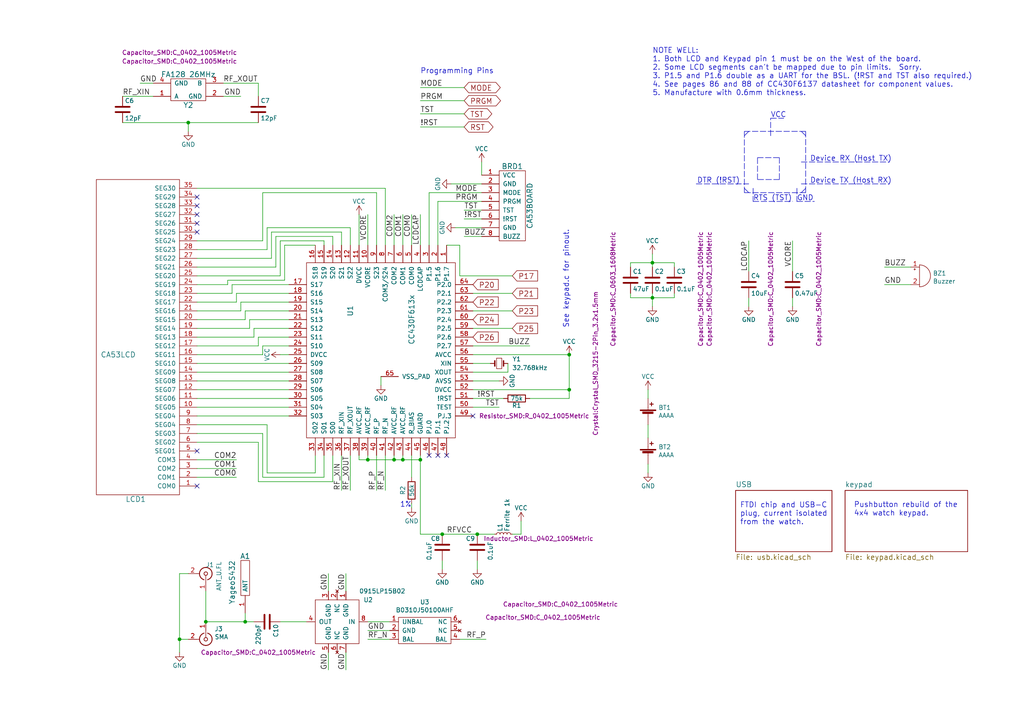
<source format=kicad_sch>
(kicad_sch (version 20211123) (generator eeschema)
  (paper "A4")
  (title_block (title "GoodPocketWatch") (date "2020-12-26") (rev "31") (comment 1 "by Travis Goodspeed") (comment 2 "the CC430F6137.  Tuned for either 70cm (<500MHz) or 33cm (<1GHz).") (comment 3 "Replacement PCB for the Casio 3208 watch module (CA53 or CA506) built around"))
  (lib_symbols
    (symbol "Connector:Conn_Coaxial" (pin_names (offset 1.016) hide)
      (property "Reference" "J" (at 0.254 3.048 0))
      (property "Value" "Connector_Conn_Coaxial" (at 2.921 0 90))
      (symbol "Conn_Coaxial_0_1"
        (arc (start -1.778 -0.508) (mid 0.2311 -1.8066) (end 1.778 0) (stroke (width 0.254)))
        (polyline (pts (xy -2.54 0) (xy -0.508 0)))
        (polyline (pts (xy 0 -2.54) (xy 0 -1.778)))
        (circle (center 0 0) (radius 0.508) (stroke (width 0.2032)))
        (arc (start 1.778 0) (mid 0.2099 1.8101) (end -1.778 0.508) (stroke (width 0.254)))
      )
      (symbol "Conn_Coaxial_1_1"
        (pin passive line (at -5.08 0 0) (length 2.54) (name "In") (number "1"))
        (pin passive line (at 0 -5.08 90) (length 2.54) (name "Ext") (number "2"))
      )
    )
    (symbol "Device:Battery_Cell" (pin_numbers hide) (pin_names (offset 0) hide)
      (property "Reference" "BT" (at 2.54 2.54 0))
      (property "Value" "Device_Battery_Cell" (at 2.54 0 0))
      (symbol "Battery_Cell_0_1"
        (rectangle (start -2.286 1.778) (end 2.286 1.524) (fill (type outline)))
        (rectangle (start -1.5748 1.1938) (end 1.4732 0.6858) (fill (type outline)))
        (polyline (pts (xy 0 0.762) (xy 0 0)))
        (polyline (pts (xy 0 1.778) (xy 0 2.54)))
        (polyline (pts (xy 0.508 3.429) (xy 1.524 3.429)) (stroke (width 0.254)))
        (polyline (pts (xy 1.016 3.937) (xy 1.016 2.921)) (stroke (width 0.254)))
      )
      (symbol "Battery_Cell_1_1"
        (pin passive line (at 0 5.08 270) (length 2.54) (name "+") (number "1"))
        (pin passive line (at 0 -2.54 90) (length 2.54) (name "-") (number "2"))
      )
    )
    (symbol "Device:Buzzer" (pin_names (offset 0.0254) hide)
      (property "Reference" "BZ" (at 3.81 1.27 0))
      (property "Value" "Device_Buzzer" (at 3.81 -1.27 0))
      (symbol "Buzzer_0_1"
        (arc (start 0 -3.175) (mid 3.175 0) (end 0 3.175))
        (polyline (pts (xy -1.651 1.905) (xy -1.143 1.905)))
        (polyline (pts (xy -1.397 2.159) (xy -1.397 1.651)))
        (polyline (pts (xy 0 3.175) (xy 0 -3.175)))
      )
      (symbol "Buzzer_1_1"
        (pin passive line (at -2.54 2.54 0) (length 2.54) (name "-") (number "1"))
        (pin passive line (at -2.54 -2.54 0) (length 2.54) (name "+") (number "2"))
      )
    )
    (symbol "Device:C" (pin_numbers hide) (pin_names (offset 0.254))
      (property "Reference" "C" (at 0.635 2.54 0))
      (property "Value" "Device_C" (at 0.635 -2.54 0))
      (symbol "C_0_1"
        (polyline (pts (xy -2.032 -0.762) (xy 2.032 -0.762)) (stroke (width 0.508)))
        (polyline (pts (xy -2.032 0.762) (xy 2.032 0.762)) (stroke (width 0.508)))
      )
      (symbol "C_1_1"
        (pin passive line (at 0 3.81 270) (length 2.794) (name "~") (number "1"))
        (pin passive line (at 0 -3.81 90) (length 2.794) (name "~") (number "2"))
      )
    )
    (symbol "Device:Crystal_Small" (pin_numbers hide) (pin_names (offset 1.016) hide)
      (property "Reference" "Y" (at 0 2.54 0))
      (property "Value" "Device_Crystal_Small" (at 0 -2.54 0))
      (symbol "Crystal_Small_0_1"
        (rectangle (start -0.762 -1.524) (end 0.762 1.524))
        (polyline (pts (xy -1.27 -0.762) (xy -1.27 0.762)) (stroke (width 0.381)))
        (polyline (pts (xy 1.27 -0.762) (xy 1.27 0.762)) (stroke (width 0.381)))
      )
      (symbol "Crystal_Small_1_1"
        (pin passive line (at -2.54 0 0) (length 1.27) (name "1") (number "1"))
        (pin passive line (at 2.54 0 180) (length 1.27) (name "2") (number "2"))
      )
    )
    (symbol "Device:L_Small" (pin_numbers hide) (pin_names (offset 0.254) hide)
      (property "Reference" "L" (at 0.762 1.016 0))
      (property "Value" "Device_L_Small" (at 0.762 -1.016 0))
      (symbol "L_Small_0_1"
        (arc (start 0 -2.032) (mid 0.508 -1.524) (end 0 -1.016))
        (arc (start 0 -1.016) (mid 0.508 -0.508) (end 0 0))
        (arc (start 0 0) (mid 0.508 0.508) (end 0 1.016))
        (arc (start 0 1.016) (mid 0.508 1.524) (end 0 2.032))
      )
      (symbol "L_Small_1_1"
        (pin passive line (at 0 2.54 270) (length 0.508) (name "~") (number "1"))
        (pin passive line (at 0 -2.54 90) (length 0.508) (name "~") (number "2"))
      )
    )
    (symbol "Device:R" (pin_numbers hide) (pin_names (offset 0))
      (property "Reference" "R" (at 2.032 0 90))
      (property "Value" "Device_R" (at 0 0 90))
      (symbol "R_0_1"
        (rectangle (start -1.016 -2.54) (end 1.016 2.54) (stroke (width 0.254)))
      )
      (symbol "R_1_1"
        (pin passive line (at 0 3.81 270) (length 1.27) (name "~") (number "1"))
        (pin passive line (at 0 -3.81 90) (length 1.27) (name "~") (number "2"))
      )
    )
    (symbol "goodpocketwatch31:0915LP15B02" (pin_names (offset 1.016))
      (property "Reference" "U" (at -5.08 2.54 90))
      (property "Value" "0915LP15B02" (at -5.08 -3.81 90))
      (symbol "0915LP15B02_0_1"
        (rectangle (start -6.35 6.35) (end 6.35 -6.35))
      )
      (symbol "0915LP15B02_1_1"
        (pin power_in line (at 2.54 8.89 270) (length 2.54) (name "GND") (number "1"))
        (pin no_connect line (at 0 8.89 270) (length 2.54) (name "NC") (number "2"))
        (pin power_in line (at -2.54 8.89 270) (length 2.54) (name "GND") (number "3"))
        (pin passive line (at -8.89 0 0) (length 2.54) (name "OUT") (number "4"))
        (pin power_in line (at -2.54 -8.89 90) (length 2.54) (name "GND") (number "5"))
        (pin no_connect line (at 0 -8.89 90) (length 2.54) (name "NC") (number "6"))
        (pin power_in line (at 2.54 -8.89 90) (length 2.54) (name "GND") (number "7"))
        (pin passive line (at 8.89 0 180) (length 2.54) (name "IN") (number "8"))
      )
    )
    (symbol "goodpocketwatch31:B0310J50100AH" (pin_names (offset 1.016))
      (property "Reference" "U" (at 0 7.62 0))
      (property "Value" "B0310J50100AH" (at 0 -2.54 0))
      (symbol "B0310J50100AH_0_1"
        (rectangle (start -7.62 6.35) (end 7.62 -1.27))
      )
      (symbol "B0310J50100AH_1_1"
        (pin passive line (at -10.16 5.08 0) (length 2.54) (name "UNBAL") (number "1"))
        (pin power_in line (at -10.16 2.54 0) (length 2.54) (name "GND") (number "2"))
        (pin passive line (at -10.16 0 0) (length 2.54) (name "BAL") (number "3"))
        (pin passive line (at 10.16 0 180) (length 2.54) (name "BAL") (number "4"))
        (pin no_connect line (at 10.16 2.54 180) (length 2.54) (name "NC") (number "5"))
        (pin no_connect line (at 10.16 5.08 180) (length 2.54) (name "NC") (number "6"))
      )
    )
    (symbol "goodpocketwatch31:CA53BOARD" (pin_names (offset 1.016))
      (property "Reference" "BRD" (at 12.7 -7.62 0))
      (property "Value" "CA53BOARD" (at 11.43 17.78 0))
      (symbol "CA53BOARD_0_1"
        (rectangle (start 8.89 -6.35) (end 16.51 13.97))
      )
      (symbol "CA53BOARD_1_1"
        (pin power_out line (at 3.81 12.7 0) (length 5.08) (name "VCC") (number "1"))
        (pin power_out line (at 3.81 10.16 0) (length 5.08) (name "GND") (number "2"))
        (pin output line (at 3.81 7.62 0) (length 5.08) (name "MODE") (number "3"))
        (pin output line (at 3.81 5.08 0) (length 5.08) (name "PRGM") (number "4"))
        (pin input line (at 3.81 2.54 0) (length 5.08) (name "TST") (number "5"))
        (pin input line (at 3.81 0 0) (length 5.08) (name "!RST") (number "6"))
        (pin input line (at 3.81 -2.54 0) (length 5.08) (name "GND") (number "7"))
        (pin input line (at 3.81 -5.08 0) (length 5.08) (name "BUZZ") (number "8"))
      )
    )
    (symbol "goodpocketwatch31:CA53LCD" (pin_names (offset 1.016))
      (property "Reference" "LCD" (at -5.08 45.72 0))
      (property "Value" "CA53LCD" (at 0 3.81 0))
      (symbol "CA53LCD_0_1"
        (rectangle (start 6.35 -46.99) (end -17.78 44.45))
      )
      (symbol "CA53LCD_1_1"
        (pin input line (at -22.86 41.91 0) (length 5.08) (name "COM0") (number "1"))
        (pin input line (at -22.86 19.05 0) (length 5.08) (name "SEG05") (number "10"))
        (pin input line (at -22.86 16.51 0) (length 5.08) (name "SEG06") (number "11"))
        (pin input line (at -22.86 13.97 0) (length 5.08) (name "SEG07") (number "12"))
        (pin input line (at -22.86 11.43 0) (length 5.08) (name "SEG08") (number "13"))
        (pin input line (at -22.86 8.89 0) (length 5.08) (name "SEG09") (number "14"))
        (pin input line (at -22.86 6.35 0) (length 5.08) (name "SEG10") (number "15"))
        (pin input line (at -22.86 3.81 0) (length 5.08) (name "SEG11") (number "16"))
        (pin input line (at -22.86 1.27 0) (length 5.08) (name "SEG12") (number "17"))
        (pin input line (at -22.86 -1.27 0) (length 5.08) (name "SEG13") (number "18"))
        (pin input line (at -22.86 -3.81 0) (length 5.08) (name "SEG14") (number "19"))
        (pin input line (at -22.86 39.37 0) (length 5.08) (name "COM1") (number "2"))
        (pin input line (at -22.86 -6.35 0) (length 5.08) (name "SEG15") (number "20"))
        (pin input line (at -22.86 -8.89 0) (length 5.08) (name "SEG16") (number "21"))
        (pin input line (at -22.86 -11.43 0) (length 5.08) (name "SEG17") (number "22"))
        (pin input line (at -22.86 -13.97 0) (length 5.08) (name "SEG18") (number "23"))
        (pin input line (at -22.86 -16.51 0) (length 5.08) (name "SEG19") (number "24"))
        (pin input line (at -22.86 -19.05 0) (length 5.08) (name "SEG20") (number "25"))
        (pin input line (at -22.86 -21.59 0) (length 5.08) (name "SEG21") (number "26"))
        (pin input line (at -22.86 -24.13 0) (length 5.08) (name "SEG22") (number "27"))
        (pin input line (at -22.86 -26.67 0) (length 5.08) (name "SEG23") (number "28"))
        (pin input line (at -22.86 -29.21 0) (length 5.08) (name "SEG24") (number "29"))
        (pin input line (at -22.86 36.83 0) (length 5.08) (name "COM2") (number "3"))
        (pin input line (at -22.86 -31.75 0) (length 5.08) (name "SEG25") (number "30"))
        (pin input line (at -22.86 -34.29 0) (length 5.08) (name "SEG26") (number "31"))
        (pin input line (at -22.86 -36.83 0) (length 5.08) (name "SEG27") (number "32"))
        (pin input line (at -22.86 -39.37 0) (length 5.08) (name "SEG28") (number "33"))
        (pin input line (at -22.86 -41.91 0) (length 5.08) (name "SEG29") (number "34"))
        (pin input line (at -22.86 -44.45 0) (length 5.08) (name "SEG30") (number "35"))
        (pin input line (at -22.86 34.29 0) (length 5.08) (name "COM3") (number "4"))
        (pin input line (at -22.86 31.75 0) (length 5.08) (name "SEG01") (number "5"))
        (pin input line (at -22.86 29.21 0) (length 5.08) (name "SEG02") (number "6"))
        (pin input line (at -22.86 26.67 0) (length 5.08) (name "SEG03") (number "7"))
        (pin input line (at -22.86 24.13 0) (length 5.08) (name "SEG04") (number "8"))
        (pin input line (at -22.86 21.59 0) (length 5.08) (name "SEG04") (number "9"))
      )
    )
    (symbol "goodpocketwatch31:CC430F613x" (pin_names (offset 1.016))
      (property "Reference" "U" (at -11.43 -8.89 0))
      (property "Value" "CC430F613x" (at -8.89 8.89 0))
      (symbol "CC430F613x_0_1"
        (rectangle (start 25.4 -21.59) (end -25.4 21.59))
      )
      (symbol "CC430F613x_1_1"
        (pin tri_state line (at -30.48 19.05 0) (length 5.08) (name "P1.7") (number "1"))
        (pin power_out line (at -30.48 -3.81 0) (length 5.08) (name "VCORE") (number "10"))
        (pin power_in line (at -30.48 -6.35 0) (length 5.08) (name "DVCC") (number "11"))
        (pin output line (at -30.48 -8.89 0) (length 5.08) (name "S22") (number "12"))
        (pin output line (at -30.48 -11.43 0) (length 5.08) (name "S21") (number "13"))
        (pin output line (at -30.48 -13.97 0) (length 5.08) (name "S20") (number "14"))
        (pin output line (at -30.48 -16.51 0) (length 5.08) (name "S19") (number "15"))
        (pin output line (at -30.48 -19.05 0) (length 5.08) (name "S18") (number "16"))
        (pin output line (at -19.05 -26.67 90) (length 5.08) (name "S17") (number "17"))
        (pin output line (at -16.51 -26.67 90) (length 5.08) (name "S16") (number "18"))
        (pin output line (at -13.97 -26.67 90) (length 5.08) (name "S15") (number "19"))
        (pin tri_state line (at -30.48 16.51 0) (length 5.08) (name "P1.6") (number "2"))
        (pin output line (at -11.43 -26.67 90) (length 5.08) (name "S14") (number "20"))
        (pin output line (at -8.89 -26.67 90) (length 5.08) (name "S13") (number "21"))
        (pin output line (at -6.35 -26.67 90) (length 5.08) (name "S12") (number "22"))
        (pin output line (at -3.81 -26.67 90) (length 5.08) (name "S11") (number "23"))
        (pin output line (at -1.27 -26.67 90) (length 5.08) (name "S10") (number "24"))
        (pin power_in line (at 1.27 -26.67 90) (length 5.08) (name "DVCC") (number "25"))
        (pin output line (at 3.81 -26.67 90) (length 5.08) (name "S09") (number "26"))
        (pin output line (at 6.35 -26.67 90) (length 5.08) (name "S08") (number "27"))
        (pin output line (at 8.89 -26.67 90) (length 5.08) (name "S07") (number "28"))
        (pin output line (at 11.43 -26.67 90) (length 5.08) (name "S06") (number "29"))
        (pin tri_state line (at -30.48 13.97 0) (length 5.08) (name "P1.5") (number "3"))
        (pin output line (at 13.97 -26.67 90) (length 5.08) (name "S05") (number "30"))
        (pin output line (at 16.51 -26.67 90) (length 5.08) (name "S04") (number "31"))
        (pin output line (at 19.05 -26.67 90) (length 5.08) (name "S03") (number "32"))
        (pin output line (at 30.48 -19.05 180) (length 5.08) (name "S02") (number "33"))
        (pin output line (at 30.48 -16.51 180) (length 5.08) (name "S01") (number "34"))
        (pin output line (at 30.48 -13.97 180) (length 5.08) (name "S00") (number "35"))
        (pin input line (at 30.48 -11.43 180) (length 5.08) (name "RF_XIN") (number "36"))
        (pin input line (at 30.48 -8.89 180) (length 5.08) (name "RF_XOUT") (number "37"))
        (pin power_in line (at 30.48 -6.35 180) (length 5.08) (name "AVCC_RF") (number "38"))
        (pin power_in line (at 30.48 -3.81 180) (length 5.08) (name "AVCC_RF") (number "39"))
        (pin input line (at -30.48 11.43 0) (length 5.08) (name "LCDCAP") (number "4"))
        (pin output line (at 30.48 -1.27 180) (length 5.08) (name "RF_P") (number "40"))
        (pin output line (at 30.48 1.27 180) (length 5.08) (name "RF_N") (number "41"))
        (pin power_in line (at 30.48 3.81 180) (length 5.08) (name "AVCC_RF") (number "42"))
        (pin power_in line (at 30.48 6.35 180) (length 5.08) (name "AVCC_RF") (number "43"))
        (pin input line (at 30.48 8.89 180) (length 5.08) (name "R_BIAS") (number "44"))
        (pin input line (at 30.48 11.43 180) (length 5.08) (name "GUARD") (number "45"))
        (pin tri_state line (at 30.48 13.97 180) (length 5.08) (name "PJ.0") (number "46"))
        (pin tri_state line (at 30.48 16.51 180) (length 5.08) (name "PJ.1") (number "47"))
        (pin tri_state line (at 30.48 19.05 180) (length 5.08) (name "PJ.2") (number "48"))
        (pin tri_state line (at 19.05 26.67 270) (length 5.08) (name "PJ.3") (number "49"))
        (pin output line (at -30.48 8.89 0) (length 5.08) (name "COM0") (number "5"))
        (pin input line (at 16.51 26.67 270) (length 5.08) (name "TEST") (number "50"))
        (pin input line (at 13.97 26.67 270) (length 5.08) (name "!RST") (number "51"))
        (pin power_in line (at 11.43 26.67 270) (length 5.08) (name "DVCC") (number "52"))
        (pin power_in line (at 8.89 26.67 270) (length 5.08) (name "AVSS") (number "53"))
        (pin output line (at 6.35 26.67 270) (length 5.08) (name "XOUT") (number "54"))
        (pin input line (at 3.81 26.67 270) (length 5.08) (name "XIN") (number "55"))
        (pin power_in line (at 1.27 26.67 270) (length 5.08) (name "AVCC") (number "56"))
        (pin tri_state line (at -1.27 26.67 270) (length 5.08) (name "P2.7") (number "57"))
        (pin tri_state line (at -3.81 26.67 270) (length 5.08) (name "P2.6") (number "58"))
        (pin tri_state line (at -6.35 26.67 270) (length 5.08) (name "P2.5") (number "59"))
        (pin output line (at -30.48 6.35 0) (length 5.08) (name "COM1") (number "6"))
        (pin tri_state line (at -8.89 26.67 270) (length 5.08) (name "P2.4") (number "60"))
        (pin tri_state line (at -11.43 26.67 270) (length 5.08) (name "P2.3") (number "61"))
        (pin tri_state line (at -13.97 26.67 270) (length 5.08) (name "P2.2") (number "62"))
        (pin tri_state line (at -16.51 26.67 270) (length 5.08) (name "P2.1") (number "63"))
        (pin tri_state line (at -19.05 26.67 270) (length 5.08) (name "P2.0") (number "64"))
        (pin power_in line (at 7.62 0 90) (length 5.08) (name "VSS_PAD") (number "65"))
        (pin output line (at -30.48 3.81 0) (length 5.08) (name "COM2") (number "7"))
        (pin output line (at -30.48 1.27 0) (length 5.08) (name "COM3/S24") (number "8"))
        (pin output line (at -30.48 -1.27 0) (length 5.08) (name "S23") (number "9"))
      )
    )
    (symbol "goodpocketwatch31:FA128" (pin_names (offset 1.016))
      (property "Reference" "X" (at 0 -5.08 0))
      (property "Value" "FA128" (at 0 3.81 0))
      (symbol "FA128_0_1"
        (rectangle (start -5.08 -3.81) (end 5.08 2.54))
      )
      (symbol "FA128_1_1"
        (pin input line (at -10.16 -2.54 0) (length 5.08) (name "A") (number "1"))
        (pin input line (at 10.16 -2.54 180) (length 5.08) (name "GND") (number "2"))
        (pin input line (at 10.16 1.27 180) (length 5.08) (name "B") (number "3"))
        (pin input line (at -10.16 1.27 0) (length 5.08) (name "GND") (number "4"))
      )
    )
    (symbol "goodpocketwatch31:YageoS432" (pin_names (offset 1.016))
      (property "Reference" "A" (at 0 -7.62 0))
      (property "Value" "YageoS432" (at -3.81 2.54 90))
      (symbol "YageoS432_0_1"
        (rectangle (start -1.27 -1.27) (end 1.27 8.89))
      )
      (symbol "YageoS432_1_1"
        (pin input line (at 0 -6.35 90) (length 5.08) (name "ANT") (number "1"))
      )
    )
    (symbol "power:GND" (power) (pin_names (offset 0))
      (property "Value" "power_GND" (at 0 -3.81 0))
      (symbol "GND_0_1"
        (polyline (pts (xy 0 0) (xy 0 -1.27) (xy 1.27 -1.27) (xy 0 -2.54) (xy -1.27 -1.27) (xy 0 -1.27)))
      )
      (symbol "GND_1_1"
        (pin power_in line (at 0 0 270) (length 0) hide (name "GND") (number "1"))
      )
    )
    (symbol "power:VCC" (power) (pin_names (offset 0))
      (property "Value" "power_VCC" (at 0 3.81 0))
      (symbol "VCC_0_1"
        (polyline (pts (xy -0.762 1.27) (xy 0 2.54)))
        (polyline (pts (xy 0 0) (xy 0 2.54)))
        (polyline (pts (xy 0 2.54) (xy 0.762 1.27)))
      )
      (symbol "VCC_1_1"
        (pin power_in line (at 0 0 90) (length 0) hide (name "VCC") (number "1"))
      )
    )
  )
  (junction (at 165.1 102.87))
  (junction (at 128.27 154.94))
  (junction (at 71.12 180.34))
  (junction (at 121.92 133.35))
  (junction (at 189.23 76.2))
  (junction (at 54.61 35.56))
  (junction (at 59.69 180.34))
  (junction (at 116.84 133.35))
  (junction (at 114.3 133.35))
  (junction (at 189.23 86.36))
  (junction (at 165.1 113.03))
  (junction (at 106.68 133.35))
  (junction (at 52.07 185.42))
  (junction (at 138.43 154.94))
  (no_connect (at 124.46 132.08))
  (no_connect (at 57.15 64.77))
  (no_connect (at 57.15 130.81))
  (no_connect (at 57.15 140.97))
  (no_connect (at 129.54 132.08))
  (no_connect (at 57.15 62.23))
  (no_connect (at 57.15 57.15))
  (no_connect (at 137.16 120.65))
  (no_connect (at 127 132.08))
  (no_connect (at 57.15 67.31))
  (no_connect (at 57.15 59.69))
  (polyline (pts (xy 233.68 39.37) (xy 232.41 38.1)))
  (wire (pts (xy 96.52 132.08) (xy 96.52 139.7)))
  (wire (pts (xy 111.76 71.12) (xy 111.76 54.61)))
  (wire (pts (xy 109.22 71.12) (xy 109.22 55.88)))
  (wire (pts (xy 71.12 92.71) (xy 57.15 92.71)))
  (polyline (pts (xy 215.9 55.88) (xy 215.9 38.1)))
  (wire (pts (xy 83.82 118.11) (xy 57.15 118.11)))
  (wire (pts (xy 119.38 132.08) (xy 119.38 138.43)))
  (wire (pts (xy 195.58 86.36) (xy 195.58 85.09)))
  (wire (pts (xy 68.58 85.09) (xy 68.58 87.63)))
  (wire (pts (xy 77.47 72.39) (xy 57.15 72.39)))
  (wire (pts (xy 83.82 97.79) (xy 74.93 97.79)))
  (polyline (pts (xy 218.44 58.42) (xy 229.87 58.42)))
  (wire (pts (xy 91.44 71.12) (xy 82.55 71.12)))
  (polyline (pts (xy 226.06 52.07) (xy 219.71 52.07)))
  (wire (pts (xy 83.82 85.09) (xy 68.58 85.09)))
  (wire (pts (xy 137.16 110.49) (xy 144.78 110.49)))
  (wire (pts (xy 121.92 29.21) (xy 134.62 29.21)))
  (wire (pts (xy 119.38 147.32) (xy 119.38 146.05)))
  (polyline (pts (xy 223.52 39.37) (xy 223.52 34.29)))
  (wire (pts (xy 106.68 62.23) (xy 106.68 71.12)))
  (wire (pts (xy 165.1 102.87) (xy 165.1 113.03)))
  (wire (pts (xy 147.32 107.95) (xy 147.32 105.41)))
  (polyline (pts (xy 215.9 54.61) (xy 217.17 55.88)))
  (wire (pts (xy 82.55 71.12) (xy 82.55 81.28)))
  (wire (pts (xy 73.66 95.25) (xy 73.66 97.79)))
  (wire (pts (xy 57.15 138.43) (xy 68.58 138.43)))
  (wire (pts (xy 116.84 132.08) (xy 116.84 133.35)))
  (wire (pts (xy 81.28 69.85) (xy 81.28 80.01)))
  (wire (pts (xy 133.35 185.42) (xy 140.97 185.42)))
  (wire (pts (xy 77.47 137.16) (xy 77.47 123.19)))
  (wire (pts (xy 182.88 77.47) (xy 182.88 76.2)))
  (polyline (pts (xy 226.06 45.72) (xy 226.06 52.07)))
  (polyline (pts (xy 233.68 38.1) (xy 233.68 55.88)))
  (wire (pts (xy 217.17 88.9) (xy 217.17 86.36)))
  (wire (pts (xy 165.1 113.03) (xy 165.1 115.57)))
  (wire (pts (xy 74.93 139.7) (xy 74.93 128.27)))
  (wire (pts (xy 81.28 102.87) (xy 83.82 102.87)))
  (wire (pts (xy 138.43 162.56) (xy 138.43 165.1)))
  (wire (pts (xy 76.2 55.88) (xy 76.2 69.85)))
  (wire (pts (xy 78.74 67.31) (xy 78.74 74.93)))
  (wire (pts (xy 101.6 71.12) (xy 101.6 66.04)))
  (wire (pts (xy 139.7 53.34) (xy 130.81 53.34)))
  (wire (pts (xy 128.27 154.94) (xy 138.43 154.94)))
  (wire (pts (xy 137.16 90.17) (xy 148.59 90.17)))
  (wire (pts (xy 128.27 162.56) (xy 128.27 165.1)))
  (polyline (pts (xy 232.41 53.34) (xy 257.81 53.34)))
  (wire (pts (xy 69.85 90.17) (xy 57.15 90.17)))
  (wire (pts (xy 104.14 133.35) (xy 106.68 133.35)))
  (wire (pts (xy 113.03 182.88) (xy 106.68 182.88)))
  (polyline (pts (xy 215.9 38.1) (xy 233.68 38.1)))
  (wire (pts (xy 134.62 63.5) (xy 139.7 63.5)))
  (wire (pts (xy 54.61 166.37) (xy 52.07 166.37)))
  (wire (pts (xy 74.93 100.33) (xy 57.15 100.33)))
  (wire (pts (xy 82.55 81.28) (xy 66.04 81.28)))
  (wire (pts (xy 71.12 177.8) (xy 71.12 180.34)))
  (wire (pts (xy 54.61 38.1) (xy 54.61 35.56)))
  (wire (pts (xy 99.06 132.08) (xy 99.06 142.24)))
  (wire (pts (xy 139.7 60.96) (xy 134.62 60.96)))
  (wire (pts (xy 57.15 135.89) (xy 68.58 135.89)))
  (wire (pts (xy 127 71.12) (xy 127 58.42)))
  (wire (pts (xy 139.7 66.04) (xy 132.08 66.04)))
  (wire (pts (xy 121.92 133.35) (xy 121.92 154.94)))
  (polyline (pts (xy 217.17 38.1) (xy 215.9 39.37)))
  (wire (pts (xy 137.16 113.03) (xy 165.1 113.03)))
  (wire (pts (xy 76.2 138.43) (xy 76.2 125.73)))
  (wire (pts (xy 229.87 86.36) (xy 229.87 88.9)))
  (wire (pts (xy 106.68 133.35) (xy 114.3 133.35)))
  (wire (pts (xy 134.62 68.58) (xy 139.7 68.58)))
  (polyline (pts (xy 232.41 46.99) (xy 257.81 46.99)))
  (polyline (pts (xy 231.14 54.61) (xy 231.14 58.42)))
  (wire (pts (xy 54.61 35.56) (xy 74.93 35.56)))
  (wire (pts (xy 74.93 97.79) (xy 74.93 100.33)))
  (wire (pts (xy 91.44 137.16) (xy 77.47 137.16)))
  (wire (pts (xy 83.82 107.95) (xy 57.15 107.95)))
  (wire (pts (xy 121.92 71.12) (xy 121.92 62.23)))
  (wire (pts (xy 137.16 100.33) (xy 153.67 100.33)))
  (wire (pts (xy 119.38 71.12) (xy 119.38 62.23)))
  (wire (pts (xy 35.56 35.56) (xy 54.61 35.56)))
  (wire (pts (xy 73.66 97.79) (xy 57.15 97.79)))
  (wire (pts (xy 111.76 54.61) (xy 57.15 54.61)))
  (wire (pts (xy 93.98 132.08) (xy 93.98 138.43)))
  (wire (pts (xy 182.88 86.36) (xy 189.23 86.36)))
  (wire (pts (xy 44.45 27.94) (xy 35.56 27.94)))
  (wire (pts (xy 121.92 33.02) (xy 134.62 33.02)))
  (wire (pts (xy 93.98 71.12) (xy 93.98 69.85)))
  (polyline (pts (xy 219.71 52.07) (xy 219.71 45.72)))
  (wire (pts (xy 114.3 132.08) (xy 114.3 133.35)))
  (wire (pts (xy 72.39 92.71) (xy 72.39 95.25)))
  (wire (pts (xy 93.98 138.43) (xy 76.2 138.43)))
  (wire (pts (xy 137.16 105.41) (xy 142.24 105.41)))
  (wire (pts (xy 83.82 82.55) (xy 67.31 82.55)))
  (wire (pts (xy 187.96 115.57) (xy 187.96 113.03)))
  (wire (pts (xy 95.25 171.45) (xy 95.25 166.37)))
  (wire (pts (xy 101.6 132.08) (xy 101.6 142.24)))
  (wire (pts (xy 71.12 180.34) (xy 73.66 180.34)))
  (wire (pts (xy 101.6 66.04) (xy 77.47 66.04)))
  (wire (pts (xy 133.35 71.12) (xy 129.54 71.12)))
  (wire (pts (xy 74.93 24.13) (xy 74.93 27.94)))
  (wire (pts (xy 80.01 77.47) (xy 57.15 77.47)))
  (wire (pts (xy 96.52 68.58) (xy 80.01 68.58)))
  (wire (pts (xy 52.07 185.42) (xy 52.07 189.23)))
  (polyline (pts (xy 219.71 45.72) (xy 226.06 45.72)))
  (wire (pts (xy 59.69 171.45) (xy 59.69 180.34)))
  (wire (pts (xy 124.46 71.12) (xy 124.46 55.88)))
  (wire (pts (xy 83.82 100.33) (xy 76.2 100.33)))
  (wire (pts (xy 57.15 133.35) (xy 68.58 133.35)))
  (wire (pts (xy 113.03 180.34) (xy 106.68 180.34)))
  (wire (pts (xy 114.3 71.12) (xy 114.3 62.23)))
  (wire (pts (xy 139.7 50.8) (xy 139.7 46.99)))
  (wire (pts (xy 64.77 27.94) (xy 69.85 27.94)))
  (polyline (pts (xy 233.68 55.88) (xy 215.9 55.88)))
  (wire (pts (xy 83.82 113.03) (xy 57.15 113.03)))
  (wire (pts (xy 109.22 132.08) (xy 109.22 142.24)))
  (wire (pts (xy 137.16 115.57) (xy 146.05 115.57)))
  (wire (pts (xy 121.92 132.08) (xy 121.92 133.35)))
  (wire (pts (xy 151.13 154.94) (xy 151.13 151.13)))
  (wire (pts (xy 127 58.42) (xy 139.7 58.42)))
  (wire (pts (xy 189.23 86.36) (xy 189.23 88.9)))
  (wire (pts (xy 93.98 69.85) (xy 81.28 69.85)))
  (wire (pts (xy 95.25 189.23) (xy 95.25 194.31)))
  (wire (pts (xy 77.47 123.19) (xy 57.15 123.19)))
  (wire (pts (xy 137.16 102.87) (xy 165.1 102.87)))
  (wire (pts (xy 113.03 185.42) (xy 106.68 185.42)))
  (wire (pts (xy 83.82 120.65) (xy 57.15 120.65)))
  (wire (pts (xy 99.06 71.12) (xy 99.06 67.31)))
  (polyline (pts (xy 231.14 58.42) (xy 236.22 58.42)))
  (wire (pts (xy 189.23 73.66) (xy 189.23 76.2)))
  (polyline (pts (xy 232.41 55.88) (xy 233.68 54.61)))
  (wire (pts (xy 111.76 132.08) (xy 111.76 142.24)))
  (wire (pts (xy 124.46 55.88) (xy 139.7 55.88)))
  (wire (pts (xy 83.82 92.71) (xy 72.39 92.71)))
  (wire (pts (xy 66.04 81.28) (xy 66.04 82.55)))
  (wire (pts (xy 116.84 133.35) (xy 121.92 133.35)))
  (wire (pts (xy 83.82 110.49) (xy 57.15 110.49)))
  (wire (pts (xy 91.44 132.08) (xy 91.44 137.16)))
  (wire (pts (xy 114.3 133.35) (xy 116.84 133.35)))
  (wire (pts (xy 54.61 185.42) (xy 52.07 185.42)))
  (wire (pts (xy 71.12 90.17) (xy 71.12 92.71)))
  (wire (pts (xy 69.85 87.63) (xy 69.85 90.17)))
  (wire (pts (xy 78.74 74.93) (xy 57.15 74.93)))
  (wire (pts (xy 121.92 25.4) (xy 134.62 25.4)))
  (wire (pts (xy 165.1 115.57) (xy 153.67 115.57)))
  (wire (pts (xy 121.92 154.94) (xy 128.27 154.94)))
  (wire (pts (xy 83.82 87.63) (xy 69.85 87.63)))
  (wire (pts (xy 148.59 80.01) (xy 133.35 80.01)))
  (wire (pts (xy 133.35 80.01) (xy 133.35 71.12)))
  (wire (pts (xy 76.2 69.85) (xy 57.15 69.85)))
  (wire (pts (xy 264.16 82.55) (xy 256.54 82.55)))
  (wire (pts (xy 72.39 95.25) (xy 57.15 95.25)))
  (wire (pts (xy 189.23 85.09) (xy 189.23 86.36)))
  (wire (pts (xy 44.45 24.13) (xy 40.64 24.13)))
  (wire (pts (xy 66.04 82.55) (xy 57.15 82.55)))
  (wire (pts (xy 189.23 86.36) (xy 195.58 86.36)))
  (wire (pts (xy 96.52 139.7) (xy 74.93 139.7)))
  (polyline (pts (xy 201.93 53.34) (xy 217.17 53.34)))
  (wire (pts (xy 52.07 166.37) (xy 52.07 185.42)))
  (wire (pts (xy 100.33 189.23) (xy 100.33 194.31)))
  (wire (pts (xy 96.52 71.12) (xy 96.52 68.58)))
  (wire (pts (xy 67.31 85.09) (xy 57.15 85.09)))
  (wire (pts (xy 148.59 154.94) (xy 151.13 154.94)))
  (wire (pts (xy 104.14 132.08) (xy 104.14 133.35)))
  (wire (pts (xy 88.9 180.34) (xy 81.28 180.34)))
  (wire (pts (xy 116.84 71.12) (xy 116.84 62.23)))
  (wire (pts (xy 109.22 55.88) (xy 76.2 55.88)))
  (wire (pts (xy 143.51 154.94) (xy 138.43 154.94)))
  (wire (pts (xy 189.23 76.2) (xy 195.58 76.2)))
  (wire (pts (xy 83.82 115.57) (xy 57.15 115.57)))
  (polyline (pts (xy 218.44 54.61) (xy 218.44 58.42)))
  (wire (pts (xy 64.77 24.13) (xy 74.93 24.13)))
  (wire (pts (xy 68.58 87.63) (xy 57.15 87.63)))
  (wire (pts (xy 106.68 132.08) (xy 106.68 133.35)))
  (wire (pts (xy 71.12 180.34) (xy 59.69 180.34)))
  (wire (pts (xy 80.01 68.58) (xy 80.01 77.47)))
  (wire (pts (xy 77.47 66.04) (xy 77.47 72.39)))
  (wire (pts (xy 57.15 105.41) (xy 83.82 105.41)))
  (wire (pts (xy 137.16 118.11) (xy 144.78 118.11)))
  (wire (pts (xy 83.82 95.25) (xy 73.66 95.25)))
  (wire (pts (xy 76.2 125.73) (xy 57.15 125.73)))
  (wire (pts (xy 137.16 107.95) (xy 147.32 107.95)))
  (wire (pts (xy 134.62 36.83) (xy 121.92 36.83)))
  (wire (pts (xy 229.87 78.74) (xy 229.87 69.85)))
  (wire (pts (xy 67.31 82.55) (xy 67.31 85.09)))
  (wire (pts (xy 74.93 128.27) (xy 57.15 128.27)))
  (wire (pts (xy 182.88 85.09) (xy 182.88 86.36)))
  (wire (pts (xy 100.33 171.45) (xy 100.33 166.37)))
  (wire (pts (xy 110.49 109.22) (xy 110.49 111.76)))
  (wire (pts (xy 76.2 100.33) (xy 76.2 102.87)))
  (wire (pts (xy 189.23 76.2) (xy 189.23 77.47)))
  (wire (pts (xy 187.96 137.16) (xy 187.96 134.62)))
  (polyline (pts (xy 223.52 34.29) (xy 227.33 34.29)))
  (wire (pts (xy 137.16 85.09) (xy 148.59 85.09)))
  (wire (pts (xy 187.96 127) (xy 187.96 123.19)))
  (wire (pts (xy 195.58 76.2) (xy 195.58 77.47)))
  (wire (pts (xy 76.2 102.87) (xy 57.15 102.87)))
  (wire (pts (xy 83.82 90.17) (xy 71.12 90.17)))
  (wire (pts (xy 182.88 76.2) (xy 189.23 76.2)))
  (wire (pts (xy 99.06 67.31) (xy 78.74 67.31)))
  (wire (pts (xy 104.14 62.23) (xy 104.14 71.12)))
  (wire (pts (xy 137.16 95.25) (xy 148.59 95.25)))
  (wire (pts (xy 264.16 77.47) (xy 256.54 77.47)))
  (wire (pts (xy 217.17 78.74) (xy 217.17 69.85)))
  (wire (pts (xy 81.28 80.01) (xy 57.15 80.01)))
  (text "RTS (TST)" (at 218.44 58.42 0) (effects (font (size 1.524 1.524)) (justify left bottom)))
  (text "See keypad.c for pinout." (at 165.1 95.25 90) (effects (font (size 1.524 1.524)) (justify left bottom)))
  (text "NOTE WELL:\n1. Both LCD and Keypad pin 1 must be on the West of the board.\n2. Some LCD segments can't be mapped due to pin limits.  Sorry.\n3. P1.5 and P1.6 double as a UART for the BSL. (!RST and TST also required.)\n4. See pages 86 and 88 of CC430F6137 datasheet for component values.\n5. Manufacture with 0.6mm thickness. " (at 189.23 27.94 0) (effects (font (size 1.524 1.524)) (justify left bottom)))
  (text "VCC" (at 223.52 34.29 0) (effects (font (size 1.524 1.524)) (justify left bottom)))
  (text "Device TX (Host RX)" (at 234.95 53.34 0) (effects (font (size 1.524 1.524)) (justify left bottom)))
  (text "Programming Pins" (at 121.92 21.59 0) (effects (font (size 1.524 1.524)) (justify left bottom)))
  (text "DTR (!RST)" (at 214.63 53.34 180) (effects (font (size 1.524 1.524)) (justify right bottom)))
  (text "Pushbutton rebuild of the\n4x4 watch keypad." (at 247.65 149.86 0) (effects (font (size 1.524 1.524)) (justify left bottom)))
  (text "1%" (at 119.38 147.32 180) (effects (font (size 1.524 1.524)) (justify right bottom)))
  (text "GND" (at 231.14 58.42 0) (effects (font (size 1.524 1.524)) (justify left bottom)))
  (text "Device RX (Host TX)" (at 234.95 46.99 0) (effects (font (size 1.524 1.524)) (justify left bottom)))
  (text "FTDI chip and USB-C\nplug, current isolated\nfrom the watch." (at 214.63 152.4 0) (effects (font (size 1.524 1.524)) (justify left bottom)))
  (label "COM1" (at 116.84 62.23 270) (effects (font (size 1.524 1.524))))
  (label "RF_N" (at 106.68 185.42 0) (effects (font (size 1.524 1.524))))
  (label "!RST" (at 121.92 36.83 0) (effects (font (size 1.524 1.524))))
  (label "PRGM" (at 121.92 29.21 0) (effects (font (size 1.524 1.524))))
  (label "LCDCAP" (at 217.17 69.85 270) (effects (font (size 1.524 1.524))))
  (label "TST" (at 121.92 33.02 0) (effects (font (size 1.524 1.524))))
  (label "GND" (at 256.54 82.55 0) (effects (font (size 1.524 1.524))))
  (label "GND" (at 106.68 182.88 0) (effects (font (size 1.524 1.524))))
  (label "MODE" (at 132.08 55.88 0) (effects (font (size 1.524 1.524))))
  (label "COM0" (at 119.38 62.23 270) (effects (font (size 1.524 1.524))))
  (label "GND" (at 95.25 194.31 90) (effects (font (size 1.524 1.524))))
  (label "GND" (at 69.85 27.94 180) (effects (font (size 1.524 1.524))))
  (label "MODE" (at 121.92 25.4 0) (effects (font (size 1.524 1.524))))
  (label "!RST" (at 134.62 63.5 0) (effects (font (size 1.524 1.524))))
  (label "RFVCC" (at 129.54 154.94 0) (effects (font (size 1.524 1.524))))
  (label "COM2" (at 114.3 62.23 270) (effects (font (size 1.524 1.524))))
  (label "GND" (at 40.64 24.13 0) (effects (font (size 1.524 1.524))))
  (label "COM2" (at 68.58 133.35 180) (effects (font (size 1.524 1.524))))
  (label "COM0" (at 68.58 138.43 180) (effects (font (size 1.524 1.524))))
  (label "GND" (at 95.25 166.37 270) (effects (font (size 1.524 1.524))))
  (label "PRGM" (at 132.08 58.42 0) (effects (font (size 1.524 1.524))))
  (label "TST" (at 144.78 118.11 180) (effects (font (size 1.524 1.524))))
  (label "LCDCAP" (at 121.92 62.23 270) (effects (font (size 1.524 1.524))))
  (label "!RST" (at 138.43 115.57 0) (effects (font (size 1.524 1.524))))
  (label "RF_XIN" (at 99.06 142.24 90) (effects (font (size 1.524 1.524))))
  (label "VCORE" (at 106.68 62.23 270) (effects (font (size 1.524 1.524))))
  (label "RF_XOUT" (at 101.6 142.24 90) (effects (font (size 1.524 1.524))))
  (label "RF_N" (at 111.76 142.24 90) (effects (font (size 1.524 1.524))))
  (label "BUZZ" (at 256.54 77.47 0) (effects (font (size 1.524 1.524))))
  (label "RF_P" (at 140.97 185.42 180) (effects (font (size 1.524 1.524))))
  (label "GND" (at 100.33 166.37 270) (effects (font (size 1.524 1.524))))
  (label "VCORE" (at 229.87 69.85 270) (effects (font (size 1.524 1.524))))
  (label "TST" (at 134.62 60.96 0) (effects (font (size 1.524 1.524))))
  (label "RF_XOUT" (at 64.77 24.13 0) (effects (font (size 1.524 1.524))))
  (label "BUZZ" (at 134.62 68.58 0) (effects (font (size 1.524 1.524))))
  (label "RF_P" (at 109.22 142.24 90) (effects (font (size 1.524 1.524))))
  (label "RF_XIN" (at 35.56 27.94 0) (effects (font (size 1.524 1.524))))
  (label "COM1" (at 68.58 135.89 180) (effects (font (size 1.524 1.524))))
  (label "BUZZ" (at 153.67 100.33 180) (effects (font (size 1.524 1.524))))
  (label "GND" (at 100.33 194.31 90) (effects (font (size 1.524 1.524))))
  (global_label "P26" (shape input) (at 137.16 97.79 0) (effects (font (size 1.524 1.524))) (property "Intersheet References" "${INTERSHEET_REFS}" (effects hide)))
  (global_label "RST" (shape bidirectional) (at 134.62 36.83 0) (effects (font (size 1.524 1.524))) (property "Intersheet References" "${INTERSHEET_REFS}" (effects hide)))
  (global_label "P17" (shape input) (at 148.59 80.01 0) (effects (font (size 1.524 1.524))) (property "Intersheet References" "${INTERSHEET_REFS}" (effects hide)))
  (global_label "MODE" (shape bidirectional) (at 134.62 25.4 0) (effects (font (size 1.524 1.524))) (property "Intersheet References" "${INTERSHEET_REFS}" (effects hide)))
  (global_label "P23" (shape input) (at 148.59 90.17 0) (effects (font (size 1.524 1.524))) (property "Intersheet References" "${INTERSHEET_REFS}" (effects hide)))
  (global_label "TST" (shape bidirectional) (at 134.62 33.02 0) (effects (font (size 1.524 1.524))) (property "Intersheet References" "${INTERSHEET_REFS}" (effects hide)))
  (global_label "P25" (shape input) (at 148.59 95.25 0) (effects (font (size 1.524 1.524))) (property "Intersheet References" "${INTERSHEET_REFS}" (effects hide)))
  (global_label "P20" (shape input) (at 137.16 82.55 0) (effects (font (size 1.524 1.524))) (property "Intersheet References" "${INTERSHEET_REFS}" (effects hide)))
  (global_label "P24" (shape input) (at 137.16 92.71 0) (effects (font (size 1.524 1.524))) (property "Intersheet References" "${INTERSHEET_REFS}" (effects hide)))
  (global_label "P22" (shape input) (at 137.16 87.63 0) (effects (font (size 1.524 1.524))) (property "Intersheet References" "${INTERSHEET_REFS}" (effects hide)))
  (global_label "P21" (shape input) (at 148.59 85.09 0) (effects (font (size 1.524 1.524))) (property "Intersheet References" "${INTERSHEET_REFS}" (effects hide)))
  (global_label "PRGM" (shape bidirectional) (at 134.62 29.21 0) (effects (font (size 1.524 1.524))) (property "Intersheet References" "${INTERSHEET_REFS}" (effects hide)))
  (symbol (lib_id "goodpocketwatch31:CA53LCD") (at 34.29 99.06 180) (unit 1)
    (property "Reference" "LCD1" (at 39.37 144.78 0) (effects (font (size 1.524 1.524))))
    (property "Value" "CA53LCD" (at 34.29 102.87 0) (effects (font (size 1.524 1.524))))
    (property "Footprint" "goodpocketwatch31:ca53lcd" (effects hide))
    (property "DNP" "YES" (effects hide))
  )
  (symbol (lib_id "goodpocketwatch31:CC430F613x") (at 110.49 101.6 270) (unit 1)
    (property "Reference" "U1" (at 101.6 90.17 0) (effects (font (size 1.524 1.524))))
    (property "Value" "CC430F613x" (at 119.38 92.71 0) (effects (font (size 1.524 1.524))))
    (property "Footprint" "goodpocketwatch31:CC430F613x" (effects hide))
    (property "Datasheet" "http://www.ti.com/lit/ds/symlink/cc430f6143.pdf" (effects hide))
    (property "Key" "ic-mcu-cc430f613x" (effects hide))
    (property "Manufacturer" "Texas Instruments" (effects hide))
    (property "MFN" "CC430F6147IRGCR" (effects hide))
  )
  (symbol (lib_id "goodpocketwatch31:CA53BOARD") (at 135.89 63.5 0) (unit 1)
    (property "Reference" "BRD1" (at 148.59 48.26 0) (effects (font (size 1.524 1.524))))
    (property "Value" "CA53BOARD" (at 153.67 59.69 90) (effects (font (size 1.524 1.524))))
    (property "Footprint" "goodpocketwatch31:ca53board" (effects hide))
    (property "DNP" "YES" (effects hide))
  )
  (symbol (lib_id "power:GND") (at 110.49 111.76 0) (unit 1)
    (property "Reference" "#PWR01" (effects hide))
    (property "Value" "GND" (at 110.49 115.57 0))
  )
  (symbol (lib_id "power:GND") (at 130.81 53.34 270) (unit 1)
    (property "Reference" "#PWR02" (effects hide))
    (property "Value" "GND" (at 127 53.34 0))
  )
  (symbol (lib_id "power:VCC") (at 139.7 46.99 0) (unit 1)
    (property "Reference" "#PWR03" (effects hide))
    (property "Value" "VCC" (at 139.7 43.18 0))
  )
  (symbol (lib_id "power:VCC") (at 104.14 62.23 0) (unit 1)
    (property "Reference" "#PWR04" (effects hide))
    (property "Value" "VCC" (at 104.14 58.42 0))
  )
  (symbol (lib_id "power:VCC") (at 165.1 102.87 0) (unit 1)
    (property "Reference" "#PWR05" (effects hide))
    (property "Value" "VCC" (at 165.1 99.06 0))
  )
  (symbol (lib_id "Device:Crystal_Small") (at 144.78 105.41 0) (unit 1)
    (property "Reference" "Y1" (at 149.86 104.14 0))
    (property "Value" "32.768kHz" (at 153.67 106.68 0))
    (property "Footprint" "Crystal:Crystal_SMD_3215-2Pin_3.2x1.5mm" (at 172.72 105.41 90))
    (property "Datasheet" "https://abracon.com/Resonators/ABS07-120-32.768kHz-T.pdf" (effects hide))
    (property "Key" "xtal3215-32_768khz" (effects hide))
    (property "Manufacturer" "Abracon" (effects hide))
    (property "MFN" "ABS07-120-32.768KHZ-T" (effects hide))
  )
  (symbol (lib_id "power:GND") (at 144.78 110.49 90) (unit 1)
    (property "Reference" "#PWR06" (effects hide))
    (property "Value" "GND" (at 148.59 110.49 0))
  )
  (symbol (lib_id "power:VCC") (at 81.28 102.87 90) (unit 1)
    (property "Reference" "#PWR07" (effects hide))
    (property "Value" "VCC" (at 77.47 102.87 0))
  )
  (symbol (lib_id "Device:C") (at 182.88 81.28 0) (unit 1)
    (property "Reference" "C1" (at 183.515 78.74 0) (effects (justify left)))
    (property "Value" "47uF" (at 183.515 83.82 0) (effects (justify left)))
    (property "Footprint" "Capacitor_SMD:C_0603_1608Metric" (at 177.8 83.82 90))
    (property "Key" "cap-cer-0603-47u" (effects hide))
  )
  (symbol (lib_id "Device:C") (at 189.23 81.28 0) (unit 1)
    (property "Reference" "C2" (at 189.865 78.74 0) (effects (justify left)))
    (property "Value" "0.1uF" (at 189.865 83.82 0) (effects (justify left)))
    (property "Footprint" "Capacitor_SMD:C_0402_1005Metric" (at 203.2 83.82 90))
    (property "Key" "cap-cer-0402-03high-100n" (effects hide))
    (property "Notes" "Use flat versions that are not higher than 0.33mm." (effects hide))
  )
  (symbol (lib_id "Device:C") (at 195.58 81.28 0) (unit 1)
    (property "Reference" "C3" (at 196.215 78.74 0) (effects (justify left)))
    (property "Value" "0.1uF" (at 196.215 83.82 0) (effects (justify left)))
    (property "Footprint" "Capacitor_SMD:C_0402_1005Metric" (at 205.74 83.82 90))
    (property "Key" "cap-cer-0402-03high-100n" (effects hide))
    (property "Notes" "Use flat versions that are not higher than 0.33mm." (effects hide))
  )
  (symbol (lib_id "power:VCC") (at 189.23 73.66 0) (unit 1)
    (property "Reference" "#PWR08" (effects hide))
    (property "Value" "VCC" (at 189.23 69.85 0))
  )
  (symbol (lib_id "power:GND") (at 189.23 88.9 0) (unit 1)
    (property "Reference" "#PWR09" (effects hide))
    (property "Value" "GND" (at 189.23 92.71 0))
  )
  (symbol (lib_id "Device:C") (at 217.17 82.55 0) (unit 1)
    (property "Reference" "C4" (at 217.805 80.01 0) (effects (justify left)))
    (property "Value" "10uF" (at 217.805 85.09 0) (effects (justify left)))
    (property "Footprint" "Capacitor_SMD:C_0402_1005Metric" (at 223.52 83.82 90))
    (property "Key" "cap-cer-0402-10u" (effects hide))
  )
  (symbol (lib_id "power:GND") (at 217.17 88.9 0) (unit 1)
    (property "Reference" "#PWR010" (effects hide))
    (property "Value" "GND" (at 217.17 92.71 0))
  )
  (symbol (lib_id "Device:C") (at 229.87 82.55 0) (unit 1)
    (property "Reference" "C5" (at 230.505 80.01 0) (effects (justify left)))
    (property "Value" "0.47uF" (at 230.505 85.09 0) (effects (justify left)))
    (property "Footprint" "Capacitor_SMD:C_0402_1005Metric" (at 237.49 83.82 90))
    (property "Key" "cap-cer-0402-470n" (effects hide))
  )
  (symbol (lib_id "power:GND") (at 229.87 88.9 0) (unit 1)
    (property "Reference" "#PWR011" (effects hide))
    (property "Value" "GND" (at 229.87 92.71 0))
  )
  (symbol (lib_id "goodpocketwatch31:YageoS432") (at 71.12 171.45 0) (unit 1)
    (property "Reference" "A1" (at 71.12 161.29 0) (effects (font (size 1.524 1.524))))
    (property "Value" "YageoS432" (at 67.31 168.91 90) (effects (font (size 1.524 1.524))))
    (property "Footprint" "goodpocketwatch31:YageoS432" (effects hide))
    (property "Datasheet" "http://www.yageo.com/documents/recent/An_SMD_UHF_433_1204_0.pdf" (effects hide))
    (property "Notes" "Optional: only used without watch body for the RF version" (effects hide))
    (property "DNP" "YES" (effects hide))
    (property "Key" "ant-smd-yageos432" (effects hide))
    (property "Manufacturer" "Yaego" (effects hide))
    (property "MFN" "ANT1204F002R0433A" (effects hide))
  )
  (symbol (lib_id "Device:R") (at 119.38 142.24 0) (unit 1)
    (property "Reference" "R2" (at 116.84 142.24 90))
    (property "Value" "56k" (at 119.38 142.24 90))
    (property "Footprint" "Resistor_SMD:R_0402_1005Metric" (effects hide))
    (property "Key" "res-0402-56k-1%" (effects hide))
    (property "Notes" "Optional: only needed for the RF version" (effects hide))
  )
  (symbol (lib_id "power:GND") (at 119.38 147.32 0) (unit 1)
    (property "Reference" "#PWR012" (effects hide))
    (property "Value" "GND" (at 119.38 151.13 0))
  )
  (symbol (lib_id "goodpocketwatch31:FA128") (at 54.61 25.4 0) (unit 1)
    (property "Reference" "Y2" (at 54.61 30.48 0) (effects (font (size 1.524 1.524))))
    (property "Value" "FA128 26MHz" (at 54.61 21.59 0) (effects (font (size 1.524 1.524))))
    (property "Footprint" "goodpocketwatch31:FA128" (effects hide))
    (property "Datasheet" "https://support.epson.biz/td/api/doc_check.php?dl=brief_FA-128_en.pdf" (effects hide))
    (property "Key" "xtal-fa128-26mhz" (effects hide))
    (property "MFN" "FA-128 26.0000MF10Z-W5" (effects hide))
    (property "Manufacturer" "EPSON" (effects hide))
    (property "Notes" "Optional: only needed for the RF version" (effects hide))
  )
  (symbol (lib_id "Device:C") (at 35.56 31.75 0) (unit 1)
    (property "Reference" "C6" (at 36.195 29.21 0) (effects (justify left)))
    (property "Value" "12pF" (at 36.195 34.29 0) (effects (justify left)))
    (property "Footprint" "Capacitor_SMD:C_0402_1005Metric" (at 52.07 17.78 0))
    (property "Key" "cap-cer-0402-12p" (effects hide))
    (property "Notes" "Optional: only needed for the RF version" (effects hide))
  )
  (symbol (lib_id "Device:C") (at 74.93 31.75 0) (unit 1)
    (property "Reference" "C7" (at 75.565 29.21 0) (effects (justify left)))
    (property "Value" "12pF" (at 75.565 34.29 0) (effects (justify left)))
    (property "Footprint" "Capacitor_SMD:C_0402_1005Metric" (at 52.07 15.24 0))
    (property "Key" "cap-cer-0402-12p" (effects hide))
    (property "Notes" "Optional: only needed for the RF version" (effects hide))
  )
  (symbol (lib_id "power:GND") (at 54.61 38.1 0) (unit 1)
    (property "Reference" "#PWR013" (effects hide))
    (property "Value" "GND" (at 54.61 41.91 0))
  )
  (symbol (lib_id "Device:R") (at 149.86 115.57 270) (unit 1)
    (property "Reference" "R1" (at 149.86 117.602 90))
    (property "Value" "75k" (at 149.86 115.57 90))
    (property "Footprint" "Resistor_SMD:R_0402_1005Metric" (at 154.94 120.65 90))
    (property "Key" "res-0402-75k" (effects hide))
  )
  (symbol (lib_id "Device:L_Small") (at 146.05 154.94 90) (unit 1)
    (property "Reference" "L1" (at 145.034 154.178 0) (effects (justify left)))
    (property "Value" "Ferrite 1k" (at 147.066 154.178 0) (effects (justify left)))
    (property "Footprint" "Inductor_SMD:L_0402_1005Metric" (at 156.21 156.21 90))
    (property "Notes" "Optional: only needed for the RF version" (effects hide))
    (property "Key" "ferrite-0402-1k" (effects hide))
  )
  (symbol (lib_id "power:VCC") (at 151.13 151.13 0) (unit 1)
    (property "Reference" "#PWR014" (effects hide))
    (property "Value" "VCC" (at 151.13 147.32 0))
  )
  (symbol (lib_id "Device:C") (at 128.27 158.75 0) (mirror y) (unit 1)
    (property "Reference" "C8" (at 127.635 156.21 0) (effects (justify left)))
    (property "Value" "0.1uF" (at 124.46 162.56 90) (effects (justify left)))
    (property "Footprint" "Capacitor_SMD:C_0402_1005Metric" (at 157.48 179.07 0))
    (property "Key" "cap-cer-0402-03high-100n" (effects hide))
    (property "Notes" "Use flat versions that are not higher than 0.33mm. Optional: only needed for the RF version" (effects hide))
  )
  (symbol (lib_id "Device:C") (at 138.43 158.75 0) (mirror y) (unit 1)
    (property "Reference" "C9" (at 137.795 156.21 0) (effects (justify left)))
    (property "Value" "0.1uF" (at 142.24 162.56 90) (effects (justify left)))
    (property "Footprint" "Capacitor_SMD:C_0402_1005Metric" (at 162.56 175.26 0))
    (property "Key" "cap-cer-0402-03high-100n" (effects hide))
    (property "Notes" "Use flat versions that are not higher than 0.33mm. Optional: only needed for the RF version" (effects hide))
  )
  (symbol (lib_id "power:GND") (at 128.27 165.1 0) (unit 1)
    (property "Reference" "#PWR015" (effects hide))
    (property "Value" "GND" (at 128.27 168.91 0))
  )
  (symbol (lib_id "power:GND") (at 138.43 165.1 0) (unit 1)
    (property "Reference" "#PWR016" (effects hide))
    (property "Value" "GND" (at 138.43 168.91 0))
  )
  (symbol (lib_id "power:GND") (at 132.08 66.04 270) (unit 1)
    (property "Reference" "#PWR017" (effects hide))
    (property "Value" "GND" (at 128.27 66.04 0))
  )
  (symbol (lib_id "goodpocketwatch31:0915LP15B02") (at 97.79 180.34 0) (unit 1)
    (property "Reference" "U2" (at 105.41 173.99 0) (effects (justify left)))
    (property "Value" "0915LP15B02" (at 104.14 171.45 0) (effects (justify left)))
    (property "Footprint" "goodpocketwatch31:LP15" (effects hide))
    (property "Datasheet" "https://www.mouser.com/ds/2/611/LP_Filter_0500LP15A500_v2-258166.pdf, https://www.mouser.com/datasheet/2/611/JTI_Low-Pass-0915LP15B026_8-04-515344.pdf" (effects hide))
    (property "Key" "filter-0915lp15b02, filter-0915lp15b02" (effects hide))
    (property "Notes" "Optional: only needed for the RF version; two options 500MHz/915MHz" (effects hide))
    (property "MFN" "0500LP15A500, 0915LP15B02" (effects hide))
    (property "Manufacturer" "Johanson Technology Inc." (effects hide))
  )
  (symbol (lib_id "goodpocketwatch31:B0310J50100AH") (at 123.19 185.42 0) (unit 1)
    (property "Reference" "U3" (at 123.19 174.625 0))
    (property "Value" "B0310J50100AHF" (at 123.19 176.9364 0))
    (property "Footprint" "goodpocketwatch31:B0310J50100AHF" (effects hide))
    (property "Datasheet" "https://cdn.anaren.com/product-documents/Xinger/BalunTransformers/B0310J50100AHF/B0310J50100AHF_DataSheet(Rev_A).pdf" (effects hide))
    (property "Key" "balun-b0310j50100ahf" (effects hide))
    (property "Notes" "Optional: only needed for the RF version" (effects hide))
    (property "MFN" "B0310J50100AH" (effects hide))
    (property "Manufacturer" "Anaren" (effects hide))
  )
  (symbol (lib_id "Device:C") (at 77.47 180.34 270) (unit 1)
    (property "Reference" "C10" (at 80.01 180.975 0) (effects (justify left)))
    (property "Value" "220pF" (at 74.93 180.975 0) (effects (justify left)))
    (property "Footprint" "Capacitor_SMD:C_0402_1005Metric" (at 74.93 189.23 90))
    (property "Key" "cap-cer-0402-220p" (effects hide))
    (property "Notes" "Optional: only needed for the RF version" (effects hide))
  )
  (symbol (lib_id "Connector:Conn_Coaxial") (at 59.69 166.37 270) (mirror x) (unit 1)
    (property "Reference" "J1" (at 59.69 163.83 90) (effects (justify left)))
    (property "Value" "ANT_U.FL" (at 63.5 171.45 0) (effects (justify left)))
    (property "Footprint" "Connector_Coaxial:U.FL_Molex_MCRF_73412-0110_Vertical" (effects hide))
    (property "Datasheet" "https://www.molex.com/pdm_docs/sd/734120110_sd.pdf" (effects hide))
    (property "Notes" "Optional: only used without watch body for the RF version" (effects hide))
    (property "DNP" "YES" (effects hide))
    (property "Key" "conn-umcc" (effects hide))
    (property "MFN" "0734120110" (effects hide))
    (property "Manufacturer" "Molex" (effects hide))
  )
  (symbol (lib_id "power:GND") (at 52.07 189.23 0) (unit 1)
    (property "Reference" "#PWR0101" (effects hide))
    (property "Value" "GND" (at 52.07 193.04 0))
  )
  (symbol (lib_id "Connector:Conn_Coaxial") (at 59.69 185.42 270) (unit 1)
    (property "Reference" "J3" (at 62.23 182.4228 90) (effects (justify left)))
    (property "Value" "SMA" (at 62.23 184.7342 90) (effects (justify left)))
    (property "Footprint" "Connector_Coaxial:SMA_Amphenol_132289_EdgeMount" (effects hide))
    (property "Datasheet" " ~" (effects hide))
  )
  (symbol (lib_id "Device:Buzzer") (at 266.7 80.01 0) (unit 1)
    (property "Reference" "BZ1" (at 270.5608 79.2734 0) (effects (justify left)))
    (property "Value" "Buzzer" (at 270.5608 81.5848 0) (effects (justify left)))
    (property "Footprint" "goodpocketwatch31:PT-1203-3" (effects hide))
  )
  (symbol (lib_id "Device:Battery_Cell") (at 187.96 120.65 0) (unit 1)
    (property "Reference" "BT1" (at 190.9572 118.2116 0) (effects (justify left)))
    (property "Value" "AAAA" (at 190.9572 120.523 0) (effects (justify left)))
    (property "Footprint" "goodpocketwatch31:BE-AAAA-PC" (effects hide))
  )
  (symbol (lib_id "Device:Battery_Cell") (at 187.96 132.08 0) (unit 1)
    (property "Reference" "BT2" (at 190.9572 129.6416 0) (effects (justify left)))
    (property "Value" "AAAA" (at 190.9572 131.953 0) (effects (justify left)))
    (property "Footprint" "goodpocketwatch31:BE-AAAA-PC" (effects hide))
  )
  (symbol (lib_id "power:GND") (at 187.96 137.16 0) (unit 1)
    (property "Reference" "#PWR024" (effects hide))
    (property "Value" "GND" (at 187.96 140.97 0))
  )
  (symbol (lib_id "power:VCC") (at 187.96 113.03 0) (unit 1)
    (property "Reference" "#PWR023" (effects hide))
    (property "Value" "VCC" (at 187.96 109.22 0))
  )
  (sheet (at 245.11 142.24) (size 35.56 17.78)
    (property "Sheet name" "keypad" (at 245.11 141.4014 0) (effects (font (size 1.524 1.524)) (justify left bottom)))
    (property "Sheet file" "keypad.kicad_sch" (at 245.11 160.7062 0) (effects (font (size 1.524 1.524)) (justify left top)))
  )
  (sheet (at 213.36 142.24) (size 27.94 17.78)
    (property "Sheet name" "USB" (at 213.36 141.4014 0) (effects (font (size 1.524 1.524)) (justify left bottom)))
    (property "Sheet file" "usb.kicad_sch" (at 213.36 160.7062 0) (effects (font (size 1.524 1.524)) (justify left top)))
  )
)
</source>
